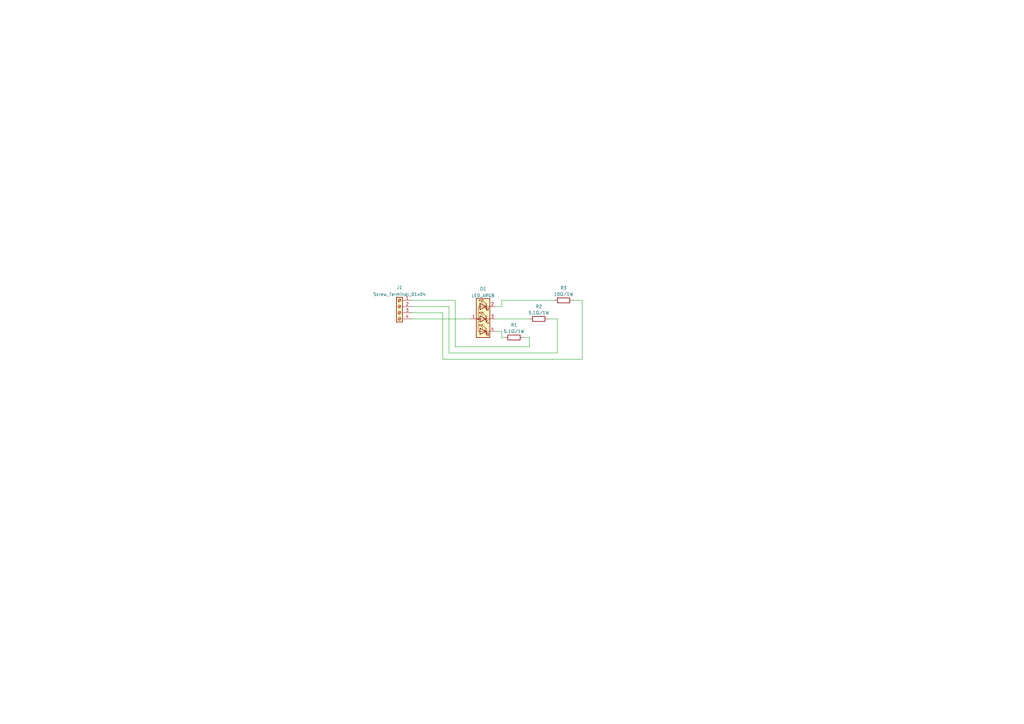
<source format=kicad_sch>
(kicad_sch (version 20230121) (generator eeschema)

  (uuid 9e00edb4-f0f4-46bc-a82d-075ebfd0d3ed)

  (paper "A3")

  (lib_symbols
    (symbol "Connector:Screw_Terminal_01x04" (pin_names (offset 1.016) hide) (in_bom yes) (on_board yes)
      (property "Reference" "J" (at 0 5.08 0)
        (effects (font (size 1.27 1.27)))
      )
      (property "Value" "Screw_Terminal_01x04" (at 0 -7.62 0)
        (effects (font (size 1.27 1.27)))
      )
      (property "Footprint" "" (at 0 0 0)
        (effects (font (size 1.27 1.27)) hide)
      )
      (property "Datasheet" "~" (at 0 0 0)
        (effects (font (size 1.27 1.27)) hide)
      )
      (property "ki_keywords" "screw terminal" (at 0 0 0)
        (effects (font (size 1.27 1.27)) hide)
      )
      (property "ki_description" "Generic screw terminal, single row, 01x04, script generated (kicad-library-utils/schlib/autogen/connector/)" (at 0 0 0)
        (effects (font (size 1.27 1.27)) hide)
      )
      (property "ki_fp_filters" "TerminalBlock*:*" (at 0 0 0)
        (effects (font (size 1.27 1.27)) hide)
      )
      (symbol "Screw_Terminal_01x04_1_1"
        (rectangle (start -1.27 3.81) (end 1.27 -6.35)
          (stroke (width 0.254) (type default))
          (fill (type background))
        )
        (circle (center 0 -5.08) (radius 0.635)
          (stroke (width 0.1524) (type default))
          (fill (type none))
        )
        (circle (center 0 -2.54) (radius 0.635)
          (stroke (width 0.1524) (type default))
          (fill (type none))
        )
        (polyline
          (pts
            (xy -0.5334 -4.7498)
            (xy 0.3302 -5.588)
          )
          (stroke (width 0.1524) (type default))
          (fill (type none))
        )
        (polyline
          (pts
            (xy -0.5334 -2.2098)
            (xy 0.3302 -3.048)
          )
          (stroke (width 0.1524) (type default))
          (fill (type none))
        )
        (polyline
          (pts
            (xy -0.5334 0.3302)
            (xy 0.3302 -0.508)
          )
          (stroke (width 0.1524) (type default))
          (fill (type none))
        )
        (polyline
          (pts
            (xy -0.5334 2.8702)
            (xy 0.3302 2.032)
          )
          (stroke (width 0.1524) (type default))
          (fill (type none))
        )
        (polyline
          (pts
            (xy -0.3556 -4.572)
            (xy 0.508 -5.4102)
          )
          (stroke (width 0.1524) (type default))
          (fill (type none))
        )
        (polyline
          (pts
            (xy -0.3556 -2.032)
            (xy 0.508 -2.8702)
          )
          (stroke (width 0.1524) (type default))
          (fill (type none))
        )
        (polyline
          (pts
            (xy -0.3556 0.508)
            (xy 0.508 -0.3302)
          )
          (stroke (width 0.1524) (type default))
          (fill (type none))
        )
        (polyline
          (pts
            (xy -0.3556 3.048)
            (xy 0.508 2.2098)
          )
          (stroke (width 0.1524) (type default))
          (fill (type none))
        )
        (circle (center 0 0) (radius 0.635)
          (stroke (width 0.1524) (type default))
          (fill (type none))
        )
        (circle (center 0 2.54) (radius 0.635)
          (stroke (width 0.1524) (type default))
          (fill (type none))
        )
        (pin passive line (at -5.08 2.54 0) (length 3.81)
          (name "Pin_1" (effects (font (size 1.27 1.27))))
          (number "1" (effects (font (size 1.27 1.27))))
        )
        (pin passive line (at -5.08 0 0) (length 3.81)
          (name "Pin_2" (effects (font (size 1.27 1.27))))
          (number "2" (effects (font (size 1.27 1.27))))
        )
        (pin passive line (at -5.08 -2.54 0) (length 3.81)
          (name "Pin_3" (effects (font (size 1.27 1.27))))
          (number "3" (effects (font (size 1.27 1.27))))
        )
        (pin passive line (at -5.08 -5.08 0) (length 3.81)
          (name "Pin_4" (effects (font (size 1.27 1.27))))
          (number "4" (effects (font (size 1.27 1.27))))
        )
      )
    )
    (symbol "Device:LED_ARGB" (pin_names (offset 0) hide) (in_bom yes) (on_board yes)
      (property "Reference" "D" (at 0 9.398 0)
        (effects (font (size 1.27 1.27)))
      )
      (property "Value" "LED_ARGB" (at 0 -8.89 0)
        (effects (font (size 1.27 1.27)))
      )
      (property "Footprint" "" (at 0 -1.27 0)
        (effects (font (size 1.27 1.27)) hide)
      )
      (property "Datasheet" "~" (at 0 -1.27 0)
        (effects (font (size 1.27 1.27)) hide)
      )
      (property "ki_keywords" "LED RGB diode" (at 0 0 0)
        (effects (font (size 1.27 1.27)) hide)
      )
      (property "ki_description" "RGB LED, anode/red/green/blue" (at 0 0 0)
        (effects (font (size 1.27 1.27)) hide)
      )
      (property "ki_fp_filters" "LED* LED_SMD:* LED_THT:*" (at 0 0 0)
        (effects (font (size 1.27 1.27)) hide)
      )
      (symbol "LED_ARGB_0_0"
        (text "B" (at -1.905 -6.35 0)
          (effects (font (size 1.27 1.27)))
        )
        (text "G" (at -1.905 -1.27 0)
          (effects (font (size 1.27 1.27)))
        )
        (text "R" (at -1.905 3.81 0)
          (effects (font (size 1.27 1.27)))
        )
      )
      (symbol "LED_ARGB_0_1"
        (polyline
          (pts
            (xy -1.27 -5.08)
            (xy -2.54 -5.08)
          )
          (stroke (width 0) (type default))
          (fill (type none))
        )
        (polyline
          (pts
            (xy -1.27 -5.08)
            (xy 1.27 -5.08)
          )
          (stroke (width 0) (type default))
          (fill (type none))
        )
        (polyline
          (pts
            (xy -1.27 -3.81)
            (xy -1.27 -6.35)
          )
          (stroke (width 0.254) (type default))
          (fill (type none))
        )
        (polyline
          (pts
            (xy -1.27 0)
            (xy -2.54 0)
          )
          (stroke (width 0) (type default))
          (fill (type none))
        )
        (polyline
          (pts
            (xy -1.27 1.27)
            (xy -1.27 -1.27)
          )
          (stroke (width 0.254) (type default))
          (fill (type none))
        )
        (polyline
          (pts
            (xy -1.27 5.08)
            (xy -2.54 5.08)
          )
          (stroke (width 0) (type default))
          (fill (type none))
        )
        (polyline
          (pts
            (xy -1.27 5.08)
            (xy 1.27 5.08)
          )
          (stroke (width 0) (type default))
          (fill (type none))
        )
        (polyline
          (pts
            (xy -1.27 6.35)
            (xy -1.27 3.81)
          )
          (stroke (width 0.254) (type default))
          (fill (type none))
        )
        (polyline
          (pts
            (xy 1.27 0)
            (xy -1.27 0)
          )
          (stroke (width 0) (type default))
          (fill (type none))
        )
        (polyline
          (pts
            (xy 1.27 0)
            (xy 2.54 0)
          )
          (stroke (width 0) (type default))
          (fill (type none))
        )
        (polyline
          (pts
            (xy -1.27 1.27)
            (xy -1.27 -1.27)
            (xy -1.27 -1.27)
          )
          (stroke (width 0) (type default))
          (fill (type none))
        )
        (polyline
          (pts
            (xy -1.27 6.35)
            (xy -1.27 3.81)
            (xy -1.27 3.81)
          )
          (stroke (width 0) (type default))
          (fill (type none))
        )
        (polyline
          (pts
            (xy 1.27 -5.08)
            (xy 2.032 -5.08)
            (xy 2.032 5.08)
            (xy 1.27 5.08)
          )
          (stroke (width 0) (type default))
          (fill (type none))
        )
        (polyline
          (pts
            (xy 1.27 -3.81)
            (xy 1.27 -6.35)
            (xy -1.27 -5.08)
            (xy 1.27 -3.81)
          )
          (stroke (width 0.254) (type default))
          (fill (type none))
        )
        (polyline
          (pts
            (xy 1.27 1.27)
            (xy 1.27 -1.27)
            (xy -1.27 0)
            (xy 1.27 1.27)
          )
          (stroke (width 0.254) (type default))
          (fill (type none))
        )
        (polyline
          (pts
            (xy 1.27 6.35)
            (xy 1.27 3.81)
            (xy -1.27 5.08)
            (xy 1.27 6.35)
          )
          (stroke (width 0.254) (type default))
          (fill (type none))
        )
        (polyline
          (pts
            (xy -1.016 -3.81)
            (xy 0.508 -2.286)
            (xy -0.254 -2.286)
            (xy 0.508 -2.286)
            (xy 0.508 -3.048)
          )
          (stroke (width 0) (type default))
          (fill (type none))
        )
        (polyline
          (pts
            (xy -1.016 1.27)
            (xy 0.508 2.794)
            (xy -0.254 2.794)
            (xy 0.508 2.794)
            (xy 0.508 2.032)
          )
          (stroke (width 0) (type default))
          (fill (type none))
        )
        (polyline
          (pts
            (xy -1.016 6.35)
            (xy 0.508 7.874)
            (xy -0.254 7.874)
            (xy 0.508 7.874)
            (xy 0.508 7.112)
          )
          (stroke (width 0) (type default))
          (fill (type none))
        )
        (polyline
          (pts
            (xy 0 -3.81)
            (xy 1.524 -2.286)
            (xy 0.762 -2.286)
            (xy 1.524 -2.286)
            (xy 1.524 -3.048)
          )
          (stroke (width 0) (type default))
          (fill (type none))
        )
        (polyline
          (pts
            (xy 0 1.27)
            (xy 1.524 2.794)
            (xy 0.762 2.794)
            (xy 1.524 2.794)
            (xy 1.524 2.032)
          )
          (stroke (width 0) (type default))
          (fill (type none))
        )
        (polyline
          (pts
            (xy 0 6.35)
            (xy 1.524 7.874)
            (xy 0.762 7.874)
            (xy 1.524 7.874)
            (xy 1.524 7.112)
          )
          (stroke (width 0) (type default))
          (fill (type none))
        )
        (rectangle (start 1.27 -1.27) (end 1.27 1.27)
          (stroke (width 0) (type default))
          (fill (type none))
        )
        (rectangle (start 1.27 1.27) (end 1.27 1.27)
          (stroke (width 0) (type default))
          (fill (type none))
        )
        (rectangle (start 1.27 3.81) (end 1.27 6.35)
          (stroke (width 0) (type default))
          (fill (type none))
        )
        (rectangle (start 1.27 6.35) (end 1.27 6.35)
          (stroke (width 0) (type default))
          (fill (type none))
        )
        (circle (center 2.032 0) (radius 0.254)
          (stroke (width 0) (type default))
          (fill (type outline))
        )
        (rectangle (start 2.794 8.382) (end -2.794 -7.62)
          (stroke (width 0.254) (type default))
          (fill (type background))
        )
      )
      (symbol "LED_ARGB_1_1"
        (pin passive line (at 5.08 0 180) (length 2.54)
          (name "A" (effects (font (size 1.27 1.27))))
          (number "1" (effects (font (size 1.27 1.27))))
        )
        (pin passive line (at -5.08 5.08 0) (length 2.54)
          (name "RK" (effects (font (size 1.27 1.27))))
          (number "2" (effects (font (size 1.27 1.27))))
        )
        (pin passive line (at -5.08 0 0) (length 2.54)
          (name "GK" (effects (font (size 1.27 1.27))))
          (number "3" (effects (font (size 1.27 1.27))))
        )
        (pin passive line (at -5.08 -5.08 0) (length 2.54)
          (name "BK" (effects (font (size 1.27 1.27))))
          (number "4" (effects (font (size 1.27 1.27))))
        )
      )
    )
    (symbol "Device:R" (pin_numbers hide) (pin_names (offset 0)) (in_bom yes) (on_board yes)
      (property "Reference" "R" (at 2.032 0 90)
        (effects (font (size 1.27 1.27)))
      )
      (property "Value" "R" (at 0 0 90)
        (effects (font (size 1.27 1.27)))
      )
      (property "Footprint" "" (at -1.778 0 90)
        (effects (font (size 1.27 1.27)) hide)
      )
      (property "Datasheet" "~" (at 0 0 0)
        (effects (font (size 1.27 1.27)) hide)
      )
      (property "ki_keywords" "R res resistor" (at 0 0 0)
        (effects (font (size 1.27 1.27)) hide)
      )
      (property "ki_description" "Resistor" (at 0 0 0)
        (effects (font (size 1.27 1.27)) hide)
      )
      (property "ki_fp_filters" "R_*" (at 0 0 0)
        (effects (font (size 1.27 1.27)) hide)
      )
      (symbol "R_0_1"
        (rectangle (start -1.016 -2.54) (end 1.016 2.54)
          (stroke (width 0.254) (type default))
          (fill (type none))
        )
      )
      (symbol "R_1_1"
        (pin passive line (at 0 3.81 270) (length 1.27)
          (name "~" (effects (font (size 1.27 1.27))))
          (number "1" (effects (font (size 1.27 1.27))))
        )
        (pin passive line (at 0 -3.81 90) (length 1.27)
          (name "~" (effects (font (size 1.27 1.27))))
          (number "2" (effects (font (size 1.27 1.27))))
        )
      )
    )
  )


  (wire (pts (xy 205.74 125.73) (xy 203.2 125.73))
    (stroke (width 0) (type default))
    (uuid 049c7e50-7bcf-43f7-b488-6006db310e3d)
  )
  (wire (pts (xy 186.69 142.24) (xy 186.69 123.19))
    (stroke (width 0) (type default))
    (uuid 0768d20e-a8b2-4186-84bf-0a1b1c5c033e)
  )
  (wire (pts (xy 205.74 138.43) (xy 205.74 135.89))
    (stroke (width 0) (type default))
    (uuid 10d0bde9-ef4c-4450-bb70-5259474f7189)
  )
  (wire (pts (xy 238.76 147.32) (xy 181.61 147.32))
    (stroke (width 0) (type default))
    (uuid 16d11078-9ada-468c-a190-d74b207437f7)
  )
  (wire (pts (xy 181.61 128.27) (xy 168.91 128.27))
    (stroke (width 0) (type default))
    (uuid 1a951357-2473-40d0-9cdf-bdddf99a5f79)
  )
  (wire (pts (xy 205.74 123.19) (xy 205.74 125.73))
    (stroke (width 0) (type default))
    (uuid 2072e891-4597-4edf-9aea-45c640bd7305)
  )
  (wire (pts (xy 228.6 130.81) (xy 228.6 144.78))
    (stroke (width 0) (type default))
    (uuid 2775c0b6-7485-48ac-909d-6cfa4be18753)
  )
  (wire (pts (xy 224.79 130.81) (xy 228.6 130.81))
    (stroke (width 0) (type default))
    (uuid 3936828e-a5aa-42df-af29-dbe71c6335f2)
  )
  (wire (pts (xy 186.69 123.19) (xy 168.91 123.19))
    (stroke (width 0) (type default))
    (uuid 42583c59-fe73-481c-9f6f-9bbd361f45af)
  )
  (wire (pts (xy 184.15 125.73) (xy 168.91 125.73))
    (stroke (width 0) (type default))
    (uuid 5e4a462a-cd9e-453d-8ddc-65f701dafe84)
  )
  (wire (pts (xy 203.2 130.81) (xy 217.17 130.81))
    (stroke (width 0) (type default))
    (uuid 6f07e9a9-d648-424f-8632-b0bf82299a6f)
  )
  (wire (pts (xy 217.17 142.24) (xy 186.69 142.24))
    (stroke (width 0) (type default))
    (uuid 7701ca9c-75a6-4e70-90f9-47e48f65a494)
  )
  (wire (pts (xy 214.63 138.43) (xy 217.17 138.43))
    (stroke (width 0) (type default))
    (uuid 86b8e9d1-36e7-4c4e-b95e-d6616c5a0249)
  )
  (wire (pts (xy 227.33 123.19) (xy 205.74 123.19))
    (stroke (width 0) (type default))
    (uuid 8962d548-b48c-4fae-b6b2-8cd84246280c)
  )
  (wire (pts (xy 234.95 123.19) (xy 238.76 123.19))
    (stroke (width 0) (type default))
    (uuid 8e34f7fc-628e-45ba-93e4-2c558f4410fd)
  )
  (wire (pts (xy 184.15 144.78) (xy 184.15 125.73))
    (stroke (width 0) (type default))
    (uuid ad86b028-df16-41eb-9f9c-520f29100440)
  )
  (wire (pts (xy 181.61 147.32) (xy 181.61 128.27))
    (stroke (width 0) (type default))
    (uuid b112a9aa-71ae-4dca-b66a-73a00467b0b2)
  )
  (wire (pts (xy 217.17 138.43) (xy 217.17 142.24))
    (stroke (width 0) (type default))
    (uuid b389691e-e8f3-42d2-b1b2-7b27bff177e7)
  )
  (wire (pts (xy 168.91 130.81) (xy 193.04 130.81))
    (stroke (width 0) (type default))
    (uuid b7f78380-0fd5-4438-808a-67bea760acf9)
  )
  (wire (pts (xy 207.01 138.43) (xy 205.74 138.43))
    (stroke (width 0) (type default))
    (uuid c0a18144-96e9-4fb9-a5f4-2486a0a0a6af)
  )
  (wire (pts (xy 205.74 135.89) (xy 203.2 135.89))
    (stroke (width 0) (type default))
    (uuid edee07c2-864d-4b76-8005-7ac35fba2d4b)
  )
  (wire (pts (xy 228.6 144.78) (xy 184.15 144.78))
    (stroke (width 0) (type default))
    (uuid fe4911d9-6679-4873-a51e-24464790eaa0)
  )
  (wire (pts (xy 238.76 123.19) (xy 238.76 147.32))
    (stroke (width 0) (type default))
    (uuid feb1c18d-722f-4edf-a6ec-5a035aa208ec)
  )

  (symbol (lib_id "Device:R") (at 210.82 138.43 270) (unit 1)
    (in_bom yes) (on_board yes) (dnp no)
    (uuid 78815432-d35e-41a2-a9a7-e02ef02401d5)
    (property "Reference" "R1" (at 210.82 133.35 90)
      (effects (font (size 1.27 1.27)))
    )
    (property "Value" "5.1Ω/1W" (at 210.82 135.89 90)
      (effects (font (size 1.27 1.27)))
    )
    (property "Footprint" "Resistor_SMD:R_2512_6332Metric" (at 210.82 136.652 90)
      (effects (font (size 1.27 1.27)) hide)
    )
    (property "Datasheet" "https://datasheet.lcsc.com/lcsc/2005150703_KOA-Speer-Elec-RK73BW3ATTE5R1J_C514891.pdf" (at 210.82 138.43 0)
      (effects (font (size 1.27 1.27)) hide)
    )
    (property "LCSC" "C514891" (at 210.82 138.43 0)
      (effects (font (size 1.27 1.27)) hide)
    )
    (pin "1" (uuid 68185cad-14e6-40aa-9a77-a6e5a4e688e3))
    (pin "2" (uuid 529c2d9a-1c14-47a2-ac28-8742ccbc3f38))
    (instances
      (project "rgb-spot-10w"
        (path "/9e00edb4-f0f4-46bc-a82d-075ebfd0d3ed"
          (reference "R1") (unit 1)
        )
      )
    )
  )

  (symbol (lib_id "Connector:Screw_Terminal_01x04") (at 163.83 125.73 0) (mirror y) (unit 1)
    (in_bom yes) (on_board yes) (dnp no)
    (uuid 96c823a1-34ec-415e-afc5-532d02ee39e3)
    (property "Reference" "J1" (at 163.83 117.9535 0)
      (effects (font (size 1.27 1.27)))
    )
    (property "Value" "Screw_Terminal_01x04" (at 163.83 120.7286 0)
      (effects (font (size 1.27 1.27)))
    )
    (property "Footprint" "mylife-footprints:RS PRO Terminal Small x4" (at 163.83 125.73 0)
      (effects (font (size 1.27 1.27)) hide)
    )
    (property "Datasheet" "https://fr.rs-online.com/web/p/borniers-pour-circuits-imprimes/7901102" (at 163.83 125.73 0)
      (effects (font (size 1.27 1.27)) hide)
    )
    (pin "1" (uuid b4272515-f65a-4d4c-beff-0f15df418faf))
    (pin "2" (uuid 6b6a71cd-8d99-4e4f-9413-88bd4ae099aa))
    (pin "3" (uuid b856d662-6aaf-4945-ad95-6dfc908f6ccb))
    (pin "4" (uuid 6f24e19a-ffdf-4c70-b965-9f5cd4554b31))
    (instances
      (project "rgb-spot-10w"
        (path "/9e00edb4-f0f4-46bc-a82d-075ebfd0d3ed"
          (reference "J1") (unit 1)
        )
      )
    )
  )

  (symbol (lib_id "Device:R") (at 231.14 123.19 270) (unit 1)
    (in_bom yes) (on_board yes) (dnp no)
    (uuid 97973004-ab59-4480-8ec1-1121dd7cf977)
    (property "Reference" "R3" (at 231.14 118.11 90)
      (effects (font (size 1.27 1.27)))
    )
    (property "Value" "10Ω/1W" (at 231.14 120.65 90)
      (effects (font (size 1.27 1.27)))
    )
    (property "Footprint" "Resistor_SMD:R_2512_6332Metric" (at 231.14 121.412 90)
      (effects (font (size 1.27 1.27)) hide)
    )
    (property "Datasheet" "https://datasheet.lcsc.com/lcsc/1810271830_YAGEO-RC2512JK-0710RL_C137014.pdf" (at 231.14 123.19 0)
      (effects (font (size 1.27 1.27)) hide)
    )
    (property "LCSC" "C137014" (at 231.14 123.19 0)
      (effects (font (size 1.27 1.27)) hide)
    )
    (pin "1" (uuid 2e4cda97-bc29-413c-9d0e-c7b888cdcecd))
    (pin "2" (uuid 327c7a09-4eab-4720-836f-192dc5a1409c))
    (instances
      (project "rgb-spot-10w"
        (path "/9e00edb4-f0f4-46bc-a82d-075ebfd0d3ed"
          (reference "R3") (unit 1)
        )
      )
    )
  )

  (symbol (lib_id "Device:R") (at 220.98 130.81 270) (unit 1)
    (in_bom yes) (on_board yes) (dnp no)
    (uuid b3781123-3187-48a3-85dc-d86e4def0d6a)
    (property "Reference" "R2" (at 220.98 125.73 90)
      (effects (font (size 1.27 1.27)))
    )
    (property "Value" "5.1Ω/1W" (at 220.98 128.27 90)
      (effects (font (size 1.27 1.27)))
    )
    (property "Footprint" "Resistor_SMD:R_2512_6332Metric" (at 220.98 129.032 90)
      (effects (font (size 1.27 1.27)) hide)
    )
    (property "Datasheet" "https://datasheet.lcsc.com/lcsc/2005150703_KOA-Speer-Elec-RK73BW3ATTE5R1J_C514891.pdf" (at 220.98 130.81 0)
      (effects (font (size 1.27 1.27)) hide)
    )
    (property "LCSC" "C514891" (at 220.98 130.81 0)
      (effects (font (size 1.27 1.27)) hide)
    )
    (pin "1" (uuid 7f0219d7-f801-4bc0-9074-00af159f1f32))
    (pin "2" (uuid 0657c14d-719b-46e1-9bb6-455fb8586e4a))
    (instances
      (project "rgb-spot-10w"
        (path "/9e00edb4-f0f4-46bc-a82d-075ebfd0d3ed"
          (reference "R2") (unit 1)
        )
      )
    )
  )

  (symbol (lib_id "Device:LED_ARGB") (at 198.12 130.81 0) (mirror y) (unit 1)
    (in_bom yes) (on_board yes) (dnp no) (fields_autoplaced)
    (uuid ed9596e5-f4f2-4fc2-bb34-16ad21b3b120)
    (property "Reference" "D1" (at 198.12 118.4615 0)
      (effects (font (size 1.27 1.27)))
    )
    (property "Value" "LED_ARGB" (at 198.12 121.2366 0)
      (effects (font (size 1.27 1.27)))
    )
    (property "Footprint" "mylife-footprints:LED RGB 10W" (at 198.12 132.08 0)
      (effects (font (size 1.27 1.27)) hide)
    )
    (property "Datasheet" "~" (at 198.12 132.08 0)
      (effects (font (size 1.27 1.27)) hide)
    )
    (pin "1" (uuid de5c2064-b9e1-4057-a8cc-9308019ef4d3))
    (pin "2" (uuid 15a0f067-831a-4ddb-bdef-5fb7df267d8f))
    (pin "3" (uuid 1ab4dceb-24cc-4050-aa74-e8fbb39d3760))
    (pin "4" (uuid 6f78c1fb-f693-4737-b750-74e50c35a564))
    (instances
      (project "rgb-spot-10w"
        (path "/9e00edb4-f0f4-46bc-a82d-075ebfd0d3ed"
          (reference "D1") (unit 1)
        )
      )
    )
  )

  (sheet_instances
    (path "/" (page "1"))
  )
)

</source>
